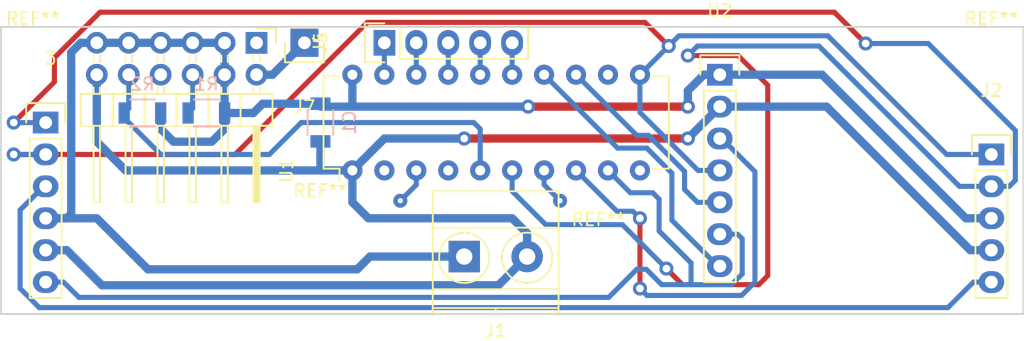
<source format=kicad_pcb>
(kicad_pcb (version 4) (host pcbnew 4.0.6)

  (general
    (links 39)
    (no_connects 0)
    (area 22.784999 25.324999 104.215001 48.335001)
    (thickness 1.6)
    (drawings 5)
    (tracks 189)
    (zones 0)
    (modules 15)
    (nets 26)
  )

  (page A4)
  (layers
    (0 F.Cu signal)
    (31 B.Cu signal)
    (32 B.Adhes user)
    (33 F.Adhes user)
    (34 B.Paste user)
    (35 F.Paste user)
    (36 B.SilkS user hide)
    (37 F.SilkS user)
    (38 B.Mask user)
    (39 F.Mask user)
    (40 Dwgs.User user)
    (41 Cmts.User user)
    (42 Eco1.User user)
    (43 Eco2.User user)
    (44 Edge.Cuts user)
    (45 Margin user)
    (46 B.CrtYd user)
    (47 F.CrtYd user)
    (48 B.Fab user)
    (49 F.Fab user hide)
  )

  (setup
    (last_trace_width 0.4064)
    (trace_clearance 0.4064)
    (zone_clearance 0.508)
    (zone_45_only no)
    (trace_min 0.2)
    (segment_width 0.2)
    (edge_width 0.15)
    (via_size 1.1176)
    (via_drill 0.6096)
    (via_min_size 0.4)
    (via_min_drill 0.3)
    (uvia_size 0.3)
    (uvia_drill 0.1)
    (uvias_allowed no)
    (uvia_min_size 0.2)
    (uvia_min_drill 0.1)
    (pcb_text_width 0.3)
    (pcb_text_size 1.5 1.5)
    (mod_edge_width 0.15)
    (mod_text_size 1 1)
    (mod_text_width 0.15)
    (pad_size 1.524 1.524)
    (pad_drill 0.762)
    (pad_to_mask_clearance 0.2)
    (aux_axis_origin 0 0)
    (visible_elements FFFFFF7F)
    (pcbplotparams
      (layerselection 0x01000_80000000)
      (usegerberextensions false)
      (excludeedgelayer true)
      (linewidth 0.100000)
      (plotframeref false)
      (viasonmask false)
      (mode 1)
      (useauxorigin false)
      (hpglpennumber 1)
      (hpglpenspeed 20)
      (hpglpendiameter 15)
      (hpglpenoverlay 2)
      (psnegative false)
      (psa4output false)
      (plotreference false)
      (plotvalue false)
      (plotinvisibletext false)
      (padsonsilk false)
      (subtractmaskfromsilk false)
      (outputformat 1)
      (mirror false)
      (drillshape 0)
      (scaleselection 1)
      (outputdirectory gerbers/))
  )

  (net 0 "")
  (net 1 /SCK)
  (net 2 /LATCH)
  (net 3 GND)
  (net 4 VCC)
  (net 5 /ANSEL0)
  (net 6 /ANSEL1)
  (net 7 /ANSEL2)
  (net 8 /ANSEL3)
  (net 9 /ANSEL4)
  (net 10 "Net-(J5-Pad1)")
  (net 11 "Net-(J5-Pad6)")
  (net 12 "Net-(J5-Pad8)")
  (net 13 /SQW)
  (net 14 /~RTC_SS)
  (net 15 /HV_EN)
  (net 16 /HV)
  (net 17 "Net-(U1-Pad3)")
  (net 18 "Net-(U1-Pad4)")
  (net 19 /DCASC)
  (net 20 /MOSI)
  (net 21 /MISO)
  (net 22 /TX)
  (net 23 /RX)
  (net 24 "Net-(U1-Pad2)")
  (net 25 "Net-(U1-Pad7)")

  (net_class Default "This is the default net class."
    (clearance 0.4064)
    (trace_width 0.4064)
    (via_dia 1.1176)
    (via_drill 0.6096)
    (uvia_dia 0.3)
    (uvia_drill 0.1)
    (add_net /ANSEL0)
    (add_net /ANSEL1)
    (add_net /ANSEL2)
    (add_net /ANSEL3)
    (add_net /ANSEL4)
    (add_net /DCASC)
    (add_net /HV_EN)
    (add_net /LATCH)
    (add_net /MISO)
    (add_net /MOSI)
    (add_net /RX)
    (add_net /SCK)
    (add_net /SQW)
    (add_net /TX)
    (add_net /~RTC_SS)
    (add_net "Net-(J5-Pad1)")
    (add_net "Net-(J5-Pad6)")
    (add_net "Net-(J5-Pad8)")
    (add_net "Net-(U1-Pad2)")
    (add_net "Net-(U1-Pad3)")
    (add_net "Net-(U1-Pad4)")
    (add_net "Net-(U1-Pad7)")
  )

  (net_class Power ""
    (clearance 0.4064)
    (trace_width 0.6604)
    (via_dia 1.1176)
    (via_drill 0.6096)
    (uvia_dia 0.3)
    (uvia_drill 0.1)
    (add_net /HV)
    (add_net GND)
    (add_net VCC)
  )

  (module Mounting_Holes:MountingHole_2.2mm_M2 (layer F.Cu) (tedit 56D1B4CB) (tstamp 59F4D5BB)
    (at 70.358 43.942)
    (descr "Mounting Hole 2.2mm, no annular, M2")
    (tags "mounting hole 2.2mm no annular m2")
    (fp_text reference REF** (at 0 -3.2) (layer F.SilkS)
      (effects (font (size 1 1) (thickness 0.15)))
    )
    (fp_text value MountingHole_2.2mm_M2 (at 0 3.2) (layer F.Fab)
      (effects (font (size 1 1) (thickness 0.15)))
    )
    (fp_circle (center 0 0) (end 2.2 0) (layer Cmts.User) (width 0.15))
    (fp_circle (center 0 0) (end 2.45 0) (layer F.CrtYd) (width 0.05))
    (pad 1 np_thru_hole circle (at 0 0) (size 2.2 2.2) (drill 2.2) (layers *.Cu *.Mask))
  )

  (module Pin_Headers:Pin_Header_Angled_2x06 (layer F.Cu) (tedit 0) (tstamp 5A09E0DD)
    (at 43.18 26.67 270)
    (descr "Through hole pin header")
    (tags "pin header")
    (path /59F12A67)
    (fp_text reference J5 (at 0 -5.1 270) (layer F.SilkS)
      (effects (font (size 1 1) (thickness 0.15)))
    )
    (fp_text value "Tayloredge 1363" (at 0 -3.1 270) (layer F.Fab)
      (effects (font (size 1 1) (thickness 0.15)))
    )
    (fp_line (start -1.35 -1.75) (end -1.35 14.45) (layer F.CrtYd) (width 0.05))
    (fp_line (start 13.2 -1.75) (end 13.2 14.45) (layer F.CrtYd) (width 0.05))
    (fp_line (start -1.35 -1.75) (end 13.2 -1.75) (layer F.CrtYd) (width 0.05))
    (fp_line (start -1.35 14.45) (end 13.2 14.45) (layer F.CrtYd) (width 0.05))
    (fp_line (start 1.524 12.446) (end 1.016 12.446) (layer F.SilkS) (width 0.15))
    (fp_line (start 1.524 12.954) (end 1.016 12.954) (layer F.SilkS) (width 0.15))
    (fp_line (start 1.524 10.414) (end 1.016 10.414) (layer F.SilkS) (width 0.15))
    (fp_line (start 1.524 9.906) (end 1.016 9.906) (layer F.SilkS) (width 0.15))
    (fp_line (start 1.524 7.874) (end 1.016 7.874) (layer F.SilkS) (width 0.15))
    (fp_line (start 1.524 7.366) (end 1.016 7.366) (layer F.SilkS) (width 0.15))
    (fp_line (start 1.524 -0.254) (end 1.016 -0.254) (layer F.SilkS) (width 0.15))
    (fp_line (start 1.524 0.254) (end 1.016 0.254) (layer F.SilkS) (width 0.15))
    (fp_line (start 1.524 5.334) (end 1.016 5.334) (layer F.SilkS) (width 0.15))
    (fp_line (start 1.524 4.826) (end 1.016 4.826) (layer F.SilkS) (width 0.15))
    (fp_line (start 1.524 2.794) (end 1.016 2.794) (layer F.SilkS) (width 0.15))
    (fp_line (start 1.524 2.286) (end 1.016 2.286) (layer F.SilkS) (width 0.15))
    (fp_line (start 4.064 12.954) (end 3.556 12.954) (layer F.SilkS) (width 0.15))
    (fp_line (start 4.064 12.446) (end 3.556 12.446) (layer F.SilkS) (width 0.15))
    (fp_line (start 4.064 10.414) (end 3.556 10.414) (layer F.SilkS) (width 0.15))
    (fp_line (start 4.064 9.906) (end 3.556 9.906) (layer F.SilkS) (width 0.15))
    (fp_line (start 4.064 -0.254) (end 3.556 -0.254) (layer F.SilkS) (width 0.15))
    (fp_line (start 4.064 0.254) (end 3.556 0.254) (layer F.SilkS) (width 0.15))
    (fp_line (start 4.064 2.286) (end 3.556 2.286) (layer F.SilkS) (width 0.15))
    (fp_line (start 4.064 2.794) (end 3.556 2.794) (layer F.SilkS) (width 0.15))
    (fp_line (start 4.064 7.874) (end 3.556 7.874) (layer F.SilkS) (width 0.15))
    (fp_line (start 4.064 7.366) (end 3.556 7.366) (layer F.SilkS) (width 0.15))
    (fp_line (start 4.064 5.334) (end 3.556 5.334) (layer F.SilkS) (width 0.15))
    (fp_line (start 4.064 4.826) (end 3.556 4.826) (layer F.SilkS) (width 0.15))
    (fp_line (start 0 -1.55) (end -1.15 -1.55) (layer F.SilkS) (width 0.15))
    (fp_line (start -1.15 -1.55) (end -1.15 0) (layer F.SilkS) (width 0.15))
    (fp_line (start 6.604 -0.127) (end 12.573 -0.127) (layer F.SilkS) (width 0.15))
    (fp_line (start 12.573 -0.127) (end 12.573 0.127) (layer F.SilkS) (width 0.15))
    (fp_line (start 12.573 0.127) (end 6.731 0.127) (layer F.SilkS) (width 0.15))
    (fp_line (start 6.731 0.127) (end 6.731 0) (layer F.SilkS) (width 0.15))
    (fp_line (start 6.731 0) (end 12.573 0) (layer F.SilkS) (width 0.15))
    (fp_line (start 4.064 8.89) (end 6.604 8.89) (layer F.SilkS) (width 0.15))
    (fp_line (start 4.064 8.89) (end 4.064 11.43) (layer F.SilkS) (width 0.15))
    (fp_line (start 4.064 11.43) (end 6.604 11.43) (layer F.SilkS) (width 0.15))
    (fp_line (start 6.604 9.906) (end 12.7 9.906) (layer F.SilkS) (width 0.15))
    (fp_line (start 12.7 9.906) (end 12.7 10.414) (layer F.SilkS) (width 0.15))
    (fp_line (start 12.7 10.414) (end 6.604 10.414) (layer F.SilkS) (width 0.15))
    (fp_line (start 6.604 11.43) (end 6.604 8.89) (layer F.SilkS) (width 0.15))
    (fp_line (start 6.604 13.97) (end 6.604 11.43) (layer F.SilkS) (width 0.15))
    (fp_line (start 12.7 12.954) (end 6.604 12.954) (layer F.SilkS) (width 0.15))
    (fp_line (start 12.7 12.446) (end 12.7 12.954) (layer F.SilkS) (width 0.15))
    (fp_line (start 6.604 12.446) (end 12.7 12.446) (layer F.SilkS) (width 0.15))
    (fp_line (start 4.064 11.43) (end 4.064 13.97) (layer F.SilkS) (width 0.15))
    (fp_line (start 4.064 11.43) (end 6.604 11.43) (layer F.SilkS) (width 0.15))
    (fp_line (start 4.064 13.97) (end 6.604 13.97) (layer F.SilkS) (width 0.15))
    (fp_line (start 4.064 3.81) (end 6.604 3.81) (layer F.SilkS) (width 0.15))
    (fp_line (start 4.064 3.81) (end 4.064 6.35) (layer F.SilkS) (width 0.15))
    (fp_line (start 4.064 6.35) (end 6.604 6.35) (layer F.SilkS) (width 0.15))
    (fp_line (start 6.604 4.826) (end 12.7 4.826) (layer F.SilkS) (width 0.15))
    (fp_line (start 12.7 4.826) (end 12.7 5.334) (layer F.SilkS) (width 0.15))
    (fp_line (start 12.7 5.334) (end 6.604 5.334) (layer F.SilkS) (width 0.15))
    (fp_line (start 6.604 6.35) (end 6.604 3.81) (layer F.SilkS) (width 0.15))
    (fp_line (start 6.604 8.89) (end 6.604 6.35) (layer F.SilkS) (width 0.15))
    (fp_line (start 12.7 7.874) (end 6.604 7.874) (layer F.SilkS) (width 0.15))
    (fp_line (start 12.7 7.366) (end 12.7 7.874) (layer F.SilkS) (width 0.15))
    (fp_line (start 6.604 7.366) (end 12.7 7.366) (layer F.SilkS) (width 0.15))
    (fp_line (start 4.064 8.89) (end 6.604 8.89) (layer F.SilkS) (width 0.15))
    (fp_line (start 4.064 6.35) (end 4.064 8.89) (layer F.SilkS) (width 0.15))
    (fp_line (start 4.064 6.35) (end 6.604 6.35) (layer F.SilkS) (width 0.15))
    (fp_line (start 4.064 1.27) (end 6.604 1.27) (layer F.SilkS) (width 0.15))
    (fp_line (start 4.064 1.27) (end 4.064 3.81) (layer F.SilkS) (width 0.15))
    (fp_line (start 4.064 3.81) (end 6.604 3.81) (layer F.SilkS) (width 0.15))
    (fp_line (start 6.604 2.286) (end 12.7 2.286) (layer F.SilkS) (width 0.15))
    (fp_line (start 12.7 2.286) (end 12.7 2.794) (layer F.SilkS) (width 0.15))
    (fp_line (start 12.7 2.794) (end 6.604 2.794) (layer F.SilkS) (width 0.15))
    (fp_line (start 6.604 3.81) (end 6.604 1.27) (layer F.SilkS) (width 0.15))
    (fp_line (start 6.604 1.27) (end 6.604 -1.27) (layer F.SilkS) (width 0.15))
    (fp_line (start 12.7 0.254) (end 6.604 0.254) (layer F.SilkS) (width 0.15))
    (fp_line (start 12.7 -0.254) (end 12.7 0.254) (layer F.SilkS) (width 0.15))
    (fp_line (start 6.604 -0.254) (end 12.7 -0.254) (layer F.SilkS) (width 0.15))
    (fp_line (start 4.064 1.27) (end 6.604 1.27) (layer F.SilkS) (width 0.15))
    (fp_line (start 4.064 -1.27) (end 4.064 1.27) (layer F.SilkS) (width 0.15))
    (fp_line (start 4.064 -1.27) (end 6.604 -1.27) (layer F.SilkS) (width 0.15))
    (pad 1 thru_hole rect (at 0 0 270) (size 1.7272 1.7272) (drill 1.016) (layers *.Cu *.Mask)
      (net 10 "Net-(J5-Pad1)"))
    (pad 2 thru_hole oval (at 2.54 0 270) (size 1.7272 1.7272) (drill 1.016) (layers *.Cu *.Mask)
      (net 16 /HV))
    (pad 3 thru_hole oval (at 0 2.54 270) (size 1.7272 1.7272) (drill 1.016) (layers *.Cu *.Mask)
      (net 3 GND))
    (pad 4 thru_hole oval (at 2.54 2.54 270) (size 1.7272 1.7272) (drill 1.016) (layers *.Cu *.Mask)
      (net 3 GND))
    (pad 5 thru_hole oval (at 0 5.08 270) (size 1.7272 1.7272) (drill 1.016) (layers *.Cu *.Mask)
      (net 3 GND))
    (pad 6 thru_hole oval (at 2.54 5.08 270) (size 1.7272 1.7272) (drill 1.016) (layers *.Cu *.Mask)
      (net 11 "Net-(J5-Pad6)"))
    (pad 7 thru_hole oval (at 0 7.62 270) (size 1.7272 1.7272) (drill 1.016) (layers *.Cu *.Mask)
      (net 3 GND))
    (pad 8 thru_hole oval (at 2.54 7.62 270) (size 1.7272 1.7272) (drill 1.016) (layers *.Cu *.Mask)
      (net 12 "Net-(J5-Pad8)"))
    (pad 9 thru_hole oval (at 0 10.16 270) (size 1.7272 1.7272) (drill 1.016) (layers *.Cu *.Mask)
      (net 3 GND))
    (pad 10 thru_hole oval (at 2.54 10.16 270) (size 1.7272 1.7272) (drill 1.016) (layers *.Cu *.Mask)
      (net 15 /HV_EN))
    (pad 11 thru_hole oval (at 0 12.7 270) (size 1.7272 1.7272) (drill 1.016) (layers *.Cu *.Mask)
      (net 3 GND))
    (pad 12 thru_hole oval (at 2.54 12.7 270) (size 1.7272 1.7272) (drill 1.016) (layers *.Cu *.Mask)
      (net 4 VCC))
    (model Pin_Headers.3dshapes/Pin_Header_Angled_2x06.wrl
      (at (xyz 0.05 -0.25 0))
      (scale (xyz 1 1 1))
      (rotate (xyz 0 0 90))
    )
  )

  (module Mounting_Holes:MountingHole_2.2mm_M2 (layer F.Cu) (tedit 56D1B4CB) (tstamp 5A031ACC)
    (at 48.26 41.656)
    (descr "Mounting Hole 2.2mm, no annular, M2")
    (tags "mounting hole 2.2mm no annular m2")
    (fp_text reference REF** (at 0 -3.2) (layer F.SilkS)
      (effects (font (size 1 1) (thickness 0.15)))
    )
    (fp_text value MountingHole_2.2mm_M2 (at 0 3.2) (layer F.Fab)
      (effects (font (size 1 1) (thickness 0.15)))
    )
    (fp_circle (center 0 0) (end 2.2 0) (layer Cmts.User) (width 0.15))
    (fp_circle (center 0 0) (end 2.45 0) (layer F.CrtYd) (width 0.05))
    (pad 1 np_thru_hole circle (at 0 0) (size 2.2 2.2) (drill 2.2) (layers *.Cu *.Mask))
  )

  (module Mounting_Holes:MountingHole_2.2mm_M2 (layer F.Cu) (tedit 56D1B4CB) (tstamp 5A031ABD)
    (at 25.4 27.94)
    (descr "Mounting Hole 2.2mm, no annular, M2")
    (tags "mounting hole 2.2mm no annular m2")
    (fp_text reference REF** (at 0 -3.2) (layer F.SilkS)
      (effects (font (size 1 1) (thickness 0.15)))
    )
    (fp_text value MountingHole_2.2mm_M2 (at 0 3.2) (layer F.Fab)
      (effects (font (size 1 1) (thickness 0.15)))
    )
    (fp_circle (center 0 0) (end 2.2 0) (layer Cmts.User) (width 0.15))
    (fp_circle (center 0 0) (end 2.45 0) (layer F.CrtYd) (width 0.05))
    (pad 1 np_thru_hole circle (at 0 0) (size 2.2 2.2) (drill 2.2) (layers *.Cu *.Mask))
  )

  (module Housings_DIP:DIP-20_W7.62mm (layer F.Cu) (tedit 54130A77) (tstamp 5A09E12C)
    (at 50.8 36.83 90)
    (descr "20-lead dip package, row spacing 7.62 mm (300 mils)")
    (tags "dil dip 2.54 300")
    (path /59F20C0F)
    (fp_text reference U1 (at 0 -5.22 90) (layer F.SilkS)
      (effects (font (size 1 1) (thickness 0.15)))
    )
    (fp_text value PIC16F1508-I/P (at 0 -3.72 90) (layer F.Fab)
      (effects (font (size 1 1) (thickness 0.15)))
    )
    (fp_line (start -1.05 -2.45) (end -1.05 25.35) (layer F.CrtYd) (width 0.05))
    (fp_line (start 8.65 -2.45) (end 8.65 25.35) (layer F.CrtYd) (width 0.05))
    (fp_line (start -1.05 -2.45) (end 8.65 -2.45) (layer F.CrtYd) (width 0.05))
    (fp_line (start -1.05 25.35) (end 8.65 25.35) (layer F.CrtYd) (width 0.05))
    (fp_line (start 0.135 -2.295) (end 0.135 -1.025) (layer F.SilkS) (width 0.15))
    (fp_line (start 7.485 -2.295) (end 7.485 -1.025) (layer F.SilkS) (width 0.15))
    (fp_line (start 7.485 25.155) (end 7.485 23.885) (layer F.SilkS) (width 0.15))
    (fp_line (start 0.135 25.155) (end 0.135 23.885) (layer F.SilkS) (width 0.15))
    (fp_line (start 0.135 -2.295) (end 7.485 -2.295) (layer F.SilkS) (width 0.15))
    (fp_line (start 0.135 25.155) (end 7.485 25.155) (layer F.SilkS) (width 0.15))
    (fp_line (start 0.135 -1.025) (end -0.8 -1.025) (layer F.SilkS) (width 0.15))
    (pad 1 thru_hole oval (at 0 0 90) (size 1.6 1.6) (drill 0.8) (layers *.Cu *.Mask)
      (net 4 VCC))
    (pad 2 thru_hole oval (at 0 2.54 90) (size 1.6 1.6) (drill 0.8) (layers *.Cu *.Mask)
      (net 24 "Net-(U1-Pad2)"))
    (pad 3 thru_hole oval (at 0 5.08 90) (size 1.6 1.6) (drill 0.8) (layers *.Cu *.Mask)
      (net 17 "Net-(U1-Pad3)"))
    (pad 4 thru_hole oval (at 0 7.62 90) (size 1.6 1.6) (drill 0.8) (layers *.Cu *.Mask)
      (net 18 "Net-(U1-Pad4)"))
    (pad 5 thru_hole oval (at 0 10.16 90) (size 1.6 1.6) (drill 0.8) (layers *.Cu *.Mask)
      (net 15 /HV_EN))
    (pad 6 thru_hole oval (at 0 12.7 90) (size 1.6 1.6) (drill 0.8) (layers *.Cu *.Mask)
      (net 2 /LATCH))
    (pad 7 thru_hole oval (at 0 15.24 90) (size 1.6 1.6) (drill 0.8) (layers *.Cu *.Mask)
      (net 25 "Net-(U1-Pad7)"))
    (pad 8 thru_hole oval (at 0 17.78 90) (size 1.6 1.6) (drill 0.8) (layers *.Cu *.Mask)
      (net 13 /SQW))
    (pad 9 thru_hole oval (at 0 20.32 90) (size 1.6 1.6) (drill 0.8) (layers *.Cu *.Mask)
      (net 20 /MOSI))
    (pad 10 thru_hole oval (at 0 22.86 90) (size 1.6 1.6) (drill 0.8) (layers *.Cu *.Mask)
      (net 22 /TX))
    (pad 11 thru_hole oval (at 7.62 22.86 90) (size 1.6 1.6) (drill 0.8) (layers *.Cu *.Mask)
      (net 1 /SCK))
    (pad 12 thru_hole oval (at 7.62 20.32 90) (size 1.6 1.6) (drill 0.8) (layers *.Cu *.Mask)
      (net 23 /RX))
    (pad 13 thru_hole oval (at 7.62 17.78 90) (size 1.6 1.6) (drill 0.8) (layers *.Cu *.Mask)
      (net 21 /MISO))
    (pad 14 thru_hole oval (at 7.62 15.24 90) (size 1.6 1.6) (drill 0.8) (layers *.Cu *.Mask)
      (net 14 /~RTC_SS))
    (pad 15 thru_hole oval (at 7.62 12.7 90) (size 1.6 1.6) (drill 0.8) (layers *.Cu *.Mask)
      (net 9 /ANSEL4))
    (pad 16 thru_hole oval (at 7.62 10.16 90) (size 1.6 1.6) (drill 0.8) (layers *.Cu *.Mask)
      (net 8 /ANSEL3))
    (pad 17 thru_hole oval (at 7.62 7.62 90) (size 1.6 1.6) (drill 0.8) (layers *.Cu *.Mask)
      (net 7 /ANSEL2))
    (pad 18 thru_hole oval (at 7.62 5.08 90) (size 1.6 1.6) (drill 0.8) (layers *.Cu *.Mask)
      (net 6 /ANSEL1))
    (pad 19 thru_hole oval (at 7.62 2.54 90) (size 1.6 1.6) (drill 0.8) (layers *.Cu *.Mask)
      (net 5 /ANSEL0))
    (pad 20 thru_hole oval (at 7.62 0 90) (size 1.6 1.6) (drill 0.8) (layers *.Cu *.Mask)
      (net 3 GND))
    (model Housings_DIP.3dshapes/DIP-20_W7.62mm.wrl
      (at (xyz 0 0 0))
      (scale (xyz 1 1 1))
      (rotate (xyz 0 0 0))
    )
  )

  (module Pin_Headers:Pin_Header_Straight_1x05 (layer F.Cu) (tedit 54EA0684) (tstamp 5A09E057)
    (at 101.6 35.56)
    (descr "Through hole pin header")
    (tags "pin header")
    (path /59F0E57D)
    (fp_text reference J2 (at 0 -5.1) (layer F.SilkS)
      (effects (font (size 1 1) (thickness 0.15)))
    )
    (fp_text value "To Right Wing" (at 0 -3.1) (layer F.Fab)
      (effects (font (size 1 1) (thickness 0.15)))
    )
    (fp_line (start -1.55 0) (end -1.55 -1.55) (layer F.SilkS) (width 0.15))
    (fp_line (start -1.55 -1.55) (end 1.55 -1.55) (layer F.SilkS) (width 0.15))
    (fp_line (start 1.55 -1.55) (end 1.55 0) (layer F.SilkS) (width 0.15))
    (fp_line (start -1.75 -1.75) (end -1.75 11.95) (layer F.CrtYd) (width 0.05))
    (fp_line (start 1.75 -1.75) (end 1.75 11.95) (layer F.CrtYd) (width 0.05))
    (fp_line (start -1.75 -1.75) (end 1.75 -1.75) (layer F.CrtYd) (width 0.05))
    (fp_line (start -1.75 11.95) (end 1.75 11.95) (layer F.CrtYd) (width 0.05))
    (fp_line (start 1.27 1.27) (end 1.27 11.43) (layer F.SilkS) (width 0.15))
    (fp_line (start 1.27 11.43) (end -1.27 11.43) (layer F.SilkS) (width 0.15))
    (fp_line (start -1.27 11.43) (end -1.27 1.27) (layer F.SilkS) (width 0.15))
    (fp_line (start 1.27 1.27) (end -1.27 1.27) (layer F.SilkS) (width 0.15))
    (pad 1 thru_hole rect (at 0 0) (size 2.032 1.7272) (drill 1.016) (layers *.Cu *.Mask)
      (net 1 /SCK))
    (pad 2 thru_hole oval (at 0 2.54) (size 2.032 1.7272) (drill 1.016) (layers *.Cu *.Mask)
      (net 2 /LATCH))
    (pad 3 thru_hole oval (at 0 5.08) (size 2.032 1.7272) (drill 1.016) (layers *.Cu *.Mask)
      (net 3 GND))
    (pad 4 thru_hole oval (at 0 7.62) (size 2.032 1.7272) (drill 1.016) (layers *.Cu *.Mask)
      (net 4 VCC))
    (pad 5 thru_hole oval (at 0 10.16) (size 2.032 1.7272) (drill 1.016) (layers *.Cu *.Mask)
      (net 19 /DCASC))
    (model Pin_Headers.3dshapes/Pin_Header_Straight_1x05.wrl
      (at (xyz 0 -0.2 0))
      (scale (xyz 1 1 1))
      (rotate (xyz 0 0 90))
    )
  )

  (module Pin_Headers:Pin_Header_Straight_1x06 (layer F.Cu) (tedit 0) (tstamp 5A09E06C)
    (at 26.416 33.02)
    (descr "Through hole pin header")
    (tags "pin header")
    (path /59F0E5B6)
    (fp_text reference J3 (at 0 -5.1) (layer F.SilkS)
      (effects (font (size 1 1) (thickness 0.15)))
    )
    (fp_text value "To Left Wing" (at 0 -3.1) (layer F.Fab)
      (effects (font (size 1 1) (thickness 0.15)))
    )
    (fp_line (start -1.75 -1.75) (end -1.75 14.45) (layer F.CrtYd) (width 0.05))
    (fp_line (start 1.75 -1.75) (end 1.75 14.45) (layer F.CrtYd) (width 0.05))
    (fp_line (start -1.75 -1.75) (end 1.75 -1.75) (layer F.CrtYd) (width 0.05))
    (fp_line (start -1.75 14.45) (end 1.75 14.45) (layer F.CrtYd) (width 0.05))
    (fp_line (start 1.27 1.27) (end 1.27 13.97) (layer F.SilkS) (width 0.15))
    (fp_line (start 1.27 13.97) (end -1.27 13.97) (layer F.SilkS) (width 0.15))
    (fp_line (start -1.27 13.97) (end -1.27 1.27) (layer F.SilkS) (width 0.15))
    (fp_line (start 1.55 -1.55) (end 1.55 0) (layer F.SilkS) (width 0.15))
    (fp_line (start 1.27 1.27) (end -1.27 1.27) (layer F.SilkS) (width 0.15))
    (fp_line (start -1.55 0) (end -1.55 -1.55) (layer F.SilkS) (width 0.15))
    (fp_line (start -1.55 -1.55) (end 1.55 -1.55) (layer F.SilkS) (width 0.15))
    (pad 1 thru_hole rect (at 0 0) (size 2.032 1.7272) (drill 1.016) (layers *.Cu *.Mask)
      (net 2 /LATCH))
    (pad 2 thru_hole oval (at 0 2.54) (size 2.032 1.7272) (drill 1.016) (layers *.Cu *.Mask)
      (net 1 /SCK))
    (pad 3 thru_hole oval (at 0 5.08) (size 2.032 1.7272) (drill 1.016) (layers *.Cu *.Mask)
      (net 19 /DCASC))
    (pad 4 thru_hole oval (at 0 7.62) (size 2.032 1.7272) (drill 1.016) (layers *.Cu *.Mask)
      (net 3 GND))
    (pad 5 thru_hole oval (at 0 10.16) (size 2.032 1.7272) (drill 1.016) (layers *.Cu *.Mask)
      (net 4 VCC))
    (pad 6 thru_hole oval (at 0 12.7) (size 2.032 1.7272) (drill 1.016) (layers *.Cu *.Mask)
      (net 20 /MOSI))
    (model Pin_Headers.3dshapes/Pin_Header_Straight_1x06.wrl
      (at (xyz 0 -0.25 0))
      (scale (xyz 1 1 1))
      (rotate (xyz 0 0 90))
    )
  )

  (module Pin_Headers:Pin_Header_Straight_1x05 (layer F.Cu) (tedit 54EA0684) (tstamp 5A09E080)
    (at 53.34 26.67 90)
    (descr "Through hole pin header")
    (tags "pin header")
    (path /59F0E6E5)
    (fp_text reference J4 (at 0 -5.1 90) (layer F.SilkS)
      (effects (font (size 1 1) (thickness 0.15)))
    )
    (fp_text value "Anode Selects" (at 0 -3.1 90) (layer F.Fab)
      (effects (font (size 1 1) (thickness 0.15)))
    )
    (fp_line (start -1.55 0) (end -1.55 -1.55) (layer F.SilkS) (width 0.15))
    (fp_line (start -1.55 -1.55) (end 1.55 -1.55) (layer F.SilkS) (width 0.15))
    (fp_line (start 1.55 -1.55) (end 1.55 0) (layer F.SilkS) (width 0.15))
    (fp_line (start -1.75 -1.75) (end -1.75 11.95) (layer F.CrtYd) (width 0.05))
    (fp_line (start 1.75 -1.75) (end 1.75 11.95) (layer F.CrtYd) (width 0.05))
    (fp_line (start -1.75 -1.75) (end 1.75 -1.75) (layer F.CrtYd) (width 0.05))
    (fp_line (start -1.75 11.95) (end 1.75 11.95) (layer F.CrtYd) (width 0.05))
    (fp_line (start 1.27 1.27) (end 1.27 11.43) (layer F.SilkS) (width 0.15))
    (fp_line (start 1.27 11.43) (end -1.27 11.43) (layer F.SilkS) (width 0.15))
    (fp_line (start -1.27 11.43) (end -1.27 1.27) (layer F.SilkS) (width 0.15))
    (fp_line (start 1.27 1.27) (end -1.27 1.27) (layer F.SilkS) (width 0.15))
    (pad 1 thru_hole rect (at 0 0 90) (size 2.032 1.7272) (drill 1.016) (layers *.Cu *.Mask)
      (net 5 /ANSEL0))
    (pad 2 thru_hole oval (at 0 2.54 90) (size 2.032 1.7272) (drill 1.016) (layers *.Cu *.Mask)
      (net 6 /ANSEL1))
    (pad 3 thru_hole oval (at 0 5.08 90) (size 2.032 1.7272) (drill 1.016) (layers *.Cu *.Mask)
      (net 7 /ANSEL2))
    (pad 4 thru_hole oval (at 0 7.62 90) (size 2.032 1.7272) (drill 1.016) (layers *.Cu *.Mask)
      (net 8 /ANSEL3))
    (pad 5 thru_hole oval (at 0 10.16 90) (size 2.032 1.7272) (drill 1.016) (layers *.Cu *.Mask)
      (net 9 /ANSEL4))
    (model Pin_Headers.3dshapes/Pin_Header_Straight_1x05.wrl
      (at (xyz 0 -0.2 0))
      (scale (xyz 1 1 1))
      (rotate (xyz 0 0 90))
    )
  )

  (module Pin_Headers:Pin_Header_Straight_1x07 (layer F.Cu) (tedit 0) (tstamp 5A09E142)
    (at 80.01 29.21)
    (descr "Through hole pin header")
    (tags "pin header")
    (path /59F0E5F2)
    (fp_text reference U2 (at 0 -5.1) (layer F.SilkS)
      (effects (font (size 1 1) (thickness 0.15)))
    )
    (fp_text value "SparkFun DeadOn RTC (DS3234)" (at 0 -3.1) (layer F.Fab)
      (effects (font (size 1 1) (thickness 0.15)))
    )
    (fp_line (start -1.75 -1.75) (end -1.75 17) (layer F.CrtYd) (width 0.05))
    (fp_line (start 1.75 -1.75) (end 1.75 17) (layer F.CrtYd) (width 0.05))
    (fp_line (start -1.75 -1.75) (end 1.75 -1.75) (layer F.CrtYd) (width 0.05))
    (fp_line (start -1.75 17) (end 1.75 17) (layer F.CrtYd) (width 0.05))
    (fp_line (start 1.27 1.27) (end 1.27 16.51) (layer F.SilkS) (width 0.15))
    (fp_line (start 1.27 16.51) (end -1.27 16.51) (layer F.SilkS) (width 0.15))
    (fp_line (start -1.27 16.51) (end -1.27 1.27) (layer F.SilkS) (width 0.15))
    (fp_line (start 1.55 -1.55) (end 1.55 0) (layer F.SilkS) (width 0.15))
    (fp_line (start 1.27 1.27) (end -1.27 1.27) (layer F.SilkS) (width 0.15))
    (fp_line (start -1.55 0) (end -1.55 -1.55) (layer F.SilkS) (width 0.15))
    (fp_line (start -1.55 -1.55) (end 1.55 -1.55) (layer F.SilkS) (width 0.15))
    (pad 1 thru_hole rect (at 0 0) (size 2.032 1.7272) (drill 1.016) (layers *.Cu *.Mask)
      (net 3 GND))
    (pad 2 thru_hole oval (at 0 2.54) (size 2.032 1.7272) (drill 1.016) (layers *.Cu *.Mask)
      (net 4 VCC))
    (pad 3 thru_hole oval (at 0 5.08) (size 2.032 1.7272) (drill 1.016) (layers *.Cu *.Mask)
      (net 13 /SQW))
    (pad 4 thru_hole oval (at 0 7.62) (size 2.032 1.7272) (drill 1.016) (layers *.Cu *.Mask)
      (net 1 /SCK))
    (pad 5 thru_hole oval (at 0 10.16) (size 2.032 1.7272) (drill 1.016) (layers *.Cu *.Mask)
      (net 21 /MISO))
    (pad 6 thru_hole oval (at 0 12.7) (size 2.032 1.7272) (drill 1.016) (layers *.Cu *.Mask)
      (net 20 /MOSI))
    (pad 7 thru_hole oval (at 0 15.24) (size 2.032 1.7272) (drill 1.016) (layers *.Cu *.Mask)
      (net 14 /~RTC_SS))
    (model Pin_Headers.3dshapes/Pin_Header_Straight_1x07.wrl
      (at (xyz 0 -0.3 0))
      (scale (xyz 1 1 1))
      (rotate (xyz 0 0 90))
    )
  )

  (module Resistors_SMD:R_1206 (layer B.Cu) (tedit 58307BE8) (tstamp 59F1A63C)
    (at 39.19 32.258 180)
    (descr "Resistor SMD 1206, reflow soldering, Vishay (see dcrcw.pdf)")
    (tags "resistor 1206")
    (path /59F182B4)
    (attr smd)
    (fp_text reference R1 (at 0 2.3 180) (layer B.SilkS)
      (effects (font (size 1 1) (thickness 0.15)) (justify mirror))
    )
    (fp_text value 68k (at 0 -2.3 180) (layer B.Fab)
      (effects (font (size 1 1) (thickness 0.15)) (justify mirror))
    )
    (fp_line (start -1.6 -0.8) (end -1.6 0.8) (layer B.Fab) (width 0.1))
    (fp_line (start 1.6 -0.8) (end -1.6 -0.8) (layer B.Fab) (width 0.1))
    (fp_line (start 1.6 0.8) (end 1.6 -0.8) (layer B.Fab) (width 0.1))
    (fp_line (start -1.6 0.8) (end 1.6 0.8) (layer B.Fab) (width 0.1))
    (fp_line (start -2.2 1.2) (end 2.2 1.2) (layer B.CrtYd) (width 0.05))
    (fp_line (start -2.2 -1.2) (end 2.2 -1.2) (layer B.CrtYd) (width 0.05))
    (fp_line (start -2.2 1.2) (end -2.2 -1.2) (layer B.CrtYd) (width 0.05))
    (fp_line (start 2.2 1.2) (end 2.2 -1.2) (layer B.CrtYd) (width 0.05))
    (fp_line (start 1 -1.075) (end -1 -1.075) (layer B.SilkS) (width 0.15))
    (fp_line (start -1 1.075) (end 1 1.075) (layer B.SilkS) (width 0.15))
    (pad 1 smd rect (at -1.45 0 180) (size 0.9 1.7) (layers B.Cu B.Paste B.Mask)
      (net 3 GND))
    (pad 2 smd rect (at 1.45 0 180) (size 0.9 1.7) (layers B.Cu B.Paste B.Mask)
      (net 11 "Net-(J5-Pad6)"))
    (model Resistors_SMD.3dshapes/R_1206.wrl
      (at (xyz 0 0 0))
      (scale (xyz 1 1 1))
      (rotate (xyz 0 0 0))
    )
  )

  (module Resistors_SMD:R_1206 (layer B.Cu) (tedit 58307BE8) (tstamp 59F1A742)
    (at 34.11 32.258 180)
    (descr "Resistor SMD 1206, reflow soldering, Vishay (see dcrcw.pdf)")
    (tags "resistor 1206")
    (path /59F18F7F)
    (attr smd)
    (fp_text reference R2 (at 0 2.3 180) (layer B.SilkS)
      (effects (font (size 1 1) (thickness 0.15)) (justify mirror))
    )
    (fp_text value 100k (at 0 -2.3 180) (layer B.Fab)
      (effects (font (size 1 1) (thickness 0.15)) (justify mirror))
    )
    (fp_line (start -1.6 -0.8) (end -1.6 0.8) (layer B.Fab) (width 0.1))
    (fp_line (start 1.6 -0.8) (end -1.6 -0.8) (layer B.Fab) (width 0.1))
    (fp_line (start 1.6 0.8) (end 1.6 -0.8) (layer B.Fab) (width 0.1))
    (fp_line (start -1.6 0.8) (end 1.6 0.8) (layer B.Fab) (width 0.1))
    (fp_line (start -2.2 1.2) (end 2.2 1.2) (layer B.CrtYd) (width 0.05))
    (fp_line (start -2.2 -1.2) (end 2.2 -1.2) (layer B.CrtYd) (width 0.05))
    (fp_line (start -2.2 1.2) (end -2.2 -1.2) (layer B.CrtYd) (width 0.05))
    (fp_line (start 2.2 1.2) (end 2.2 -1.2) (layer B.CrtYd) (width 0.05))
    (fp_line (start 1 -1.075) (end -1 -1.075) (layer B.SilkS) (width 0.15))
    (fp_line (start -1 1.075) (end 1 1.075) (layer B.SilkS) (width 0.15))
    (pad 1 smd rect (at -1.45 0 180) (size 0.9 1.7) (layers B.Cu B.Paste B.Mask)
      (net 3 GND))
    (pad 2 smd rect (at 1.45 0 180) (size 0.9 1.7) (layers B.Cu B.Paste B.Mask)
      (net 15 /HV_EN))
    (model Resistors_SMD.3dshapes/R_1206.wrl
      (at (xyz 0 0 0))
      (scale (xyz 1 1 1))
      (rotate (xyz 0 0 0))
    )
  )

  (module Pin_Headers:Pin_Header_Straight_1x01 (layer F.Cu) (tedit 54EA08DC) (tstamp 59F7D578)
    (at 46.99 26.67 180)
    (descr "Through hole pin header")
    (tags "pin header")
    (path /59F19D26)
    (fp_text reference J7 (at 0 -5.1 180) (layer F.SilkS)
      (effects (font (size 1 1) (thickness 0.15)))
    )
    (fp_text value "HV Out" (at 0 -3.1 180) (layer F.Fab)
      (effects (font (size 1 1) (thickness 0.15)))
    )
    (fp_line (start 1.55 -1.55) (end 1.55 0) (layer F.SilkS) (width 0.15))
    (fp_line (start -1.75 -1.75) (end -1.75 1.75) (layer F.CrtYd) (width 0.05))
    (fp_line (start 1.75 -1.75) (end 1.75 1.75) (layer F.CrtYd) (width 0.05))
    (fp_line (start -1.75 -1.75) (end 1.75 -1.75) (layer F.CrtYd) (width 0.05))
    (fp_line (start -1.75 1.75) (end 1.75 1.75) (layer F.CrtYd) (width 0.05))
    (fp_line (start -1.55 0) (end -1.55 -1.55) (layer F.SilkS) (width 0.15))
    (fp_line (start -1.55 -1.55) (end 1.55 -1.55) (layer F.SilkS) (width 0.15))
    (fp_line (start -1.27 1.27) (end 1.27 1.27) (layer F.SilkS) (width 0.15))
    (pad 1 thru_hole rect (at 0 0 180) (size 2.2352 2.2352) (drill 1.016) (layers *.Cu *.Mask)
      (net 16 /HV))
    (model Pin_Headers.3dshapes/Pin_Header_Straight_1x01.wrl
      (at (xyz 0 0 0))
      (scale (xyz 1 1 1))
      (rotate (xyz 0 0 90))
    )
  )

  (module Mounting_Holes:MountingHole_2.2mm_M2 (layer F.Cu) (tedit 56D1B4CB) (tstamp 5A031ABB)
    (at 101.6 27.94)
    (descr "Mounting Hole 2.2mm, no annular, M2")
    (tags "mounting hole 2.2mm no annular m2")
    (fp_text reference REF** (at 0 -3.2) (layer F.SilkS)
      (effects (font (size 1 1) (thickness 0.15)))
    )
    (fp_text value MountingHole_2.2mm_M2 (at 0 3.2) (layer F.Fab)
      (effects (font (size 1 1) (thickness 0.15)))
    )
    (fp_circle (center 0 0) (end 2.2 0) (layer Cmts.User) (width 0.15))
    (fp_circle (center 0 0) (end 2.45 0) (layer F.CrtYd) (width 0.05))
    (pad 1 np_thru_hole circle (at 0 0) (size 2.2 2.2) (drill 2.2) (layers *.Cu *.Mask))
  )

  (module Capacitors_SMD:C_1206 (layer B.Cu) (tedit 5415D7BD) (tstamp 5A0320DC)
    (at 48.26 33.02 90)
    (descr "Capacitor SMD 1206, reflow soldering, AVX (see smccp.pdf)")
    (tags "capacitor 1206")
    (path /59F2404C)
    (attr smd)
    (fp_text reference C1 (at 0 2.3 90) (layer B.SilkS)
      (effects (font (size 1 1) (thickness 0.15)) (justify mirror))
    )
    (fp_text value 0.1uF (at 0 -2.3 90) (layer B.Fab)
      (effects (font (size 1 1) (thickness 0.15)) (justify mirror))
    )
    (fp_line (start -1.6 -0.8) (end -1.6 0.8) (layer B.Fab) (width 0.15))
    (fp_line (start 1.6 -0.8) (end -1.6 -0.8) (layer B.Fab) (width 0.15))
    (fp_line (start 1.6 0.8) (end 1.6 -0.8) (layer B.Fab) (width 0.15))
    (fp_line (start -1.6 0.8) (end 1.6 0.8) (layer B.Fab) (width 0.15))
    (fp_line (start -2.3 1.15) (end 2.3 1.15) (layer B.CrtYd) (width 0.05))
    (fp_line (start -2.3 -1.15) (end 2.3 -1.15) (layer B.CrtYd) (width 0.05))
    (fp_line (start -2.3 1.15) (end -2.3 -1.15) (layer B.CrtYd) (width 0.05))
    (fp_line (start 2.3 1.15) (end 2.3 -1.15) (layer B.CrtYd) (width 0.05))
    (fp_line (start 1 1.025) (end -1 1.025) (layer B.SilkS) (width 0.15))
    (fp_line (start -1 -1.025) (end 1 -1.025) (layer B.SilkS) (width 0.15))
    (pad 1 smd rect (at -1.5 0 90) (size 1 1.6) (layers B.Cu B.Paste B.Mask)
      (net 4 VCC))
    (pad 2 smd rect (at 1.5 0 90) (size 1 1.6) (layers B.Cu B.Paste B.Mask)
      (net 3 GND))
    (model Capacitors_SMD.3dshapes/C_1206.wrl
      (at (xyz 0 0 0))
      (scale (xyz 1 1 1))
      (rotate (xyz 0 0 0))
    )
  )

  (module Connectors_Terminal_Blocks:TerminalBlock_Pheonix_MKDS1.5-2pol (layer F.Cu) (tedit 563007E4) (tstamp 59F4CFF1)
    (at 59.69 43.688)
    (descr "2-way 5mm pitch terminal block, Phoenix MKDS series")
    (path /59F4D402)
    (fp_text reference J1 (at 2.5 5.9) (layer F.SilkS)
      (effects (font (size 1 1) (thickness 0.15)))
    )
    (fp_text value Screw_Terminal_1x02 (at 2.5 -6.6) (layer F.Fab)
      (effects (font (size 1 1) (thickness 0.15)))
    )
    (fp_line (start -2.7 -5.4) (end 7.7 -5.4) (layer F.CrtYd) (width 0.05))
    (fp_line (start -2.7 4.8) (end -2.7 -5.4) (layer F.CrtYd) (width 0.05))
    (fp_line (start 7.7 4.8) (end -2.7 4.8) (layer F.CrtYd) (width 0.05))
    (fp_line (start 7.7 -5.4) (end 7.7 4.8) (layer F.CrtYd) (width 0.05))
    (fp_line (start 2.5 4.1) (end 2.5 4.6) (layer F.SilkS) (width 0.15))
    (fp_circle (center 5 0.1) (end 3 0.1) (layer F.SilkS) (width 0.15))
    (fp_circle (center 0 0.1) (end 2 0.1) (layer F.SilkS) (width 0.15))
    (fp_line (start -2.5 2.6) (end 7.5 2.6) (layer F.SilkS) (width 0.15))
    (fp_line (start -2.5 -2.3) (end 7.5 -2.3) (layer F.SilkS) (width 0.15))
    (fp_line (start -2.5 4.1) (end 7.5 4.1) (layer F.SilkS) (width 0.15))
    (fp_line (start -2.5 4.6) (end 7.5 4.6) (layer F.SilkS) (width 0.15))
    (fp_line (start 7.5 4.6) (end 7.5 -5.2) (layer F.SilkS) (width 0.15))
    (fp_line (start 7.5 -5.2) (end -2.5 -5.2) (layer F.SilkS) (width 0.15))
    (fp_line (start -2.5 -5.2) (end -2.5 4.6) (layer F.SilkS) (width 0.15))
    (pad 1 thru_hole rect (at 0 0) (size 2.5 2.5) (drill 1.3) (layers *.Cu *.Mask)
      (net 3 GND))
    (pad 2 thru_hole circle (at 5 0) (size 2.5 2.5) (drill 1.3) (layers *.Cu *.Mask)
      (net 4 VCC))
    (model Terminal_Blocks.3dshapes/TerminalBlock_Pheonix_MKDS1.5-2pol.wrl
      (at (xyz 0.0984 0 0))
      (scale (xyz 1 1 1))
      (rotate (xyz 0 0 0))
    )
  )

  (gr_line (start 22.86 48.26) (end 104.14 48.26) (layer Edge.Cuts) (width 0.15) (tstamp 59F21766))
  (gr_line (start 78.74 45.72) (end 99.3775 45.72) (layer F.Fab) (width 0.2))
  (gr_line (start 22.86 48.26) (end 22.86 25.4) (layer Edge.Cuts) (width 0.15))
  (gr_line (start 104.14 25.4) (end 104.14 48.26) (layer Edge.Cuts) (width 0.15))
  (gr_line (start 22.86 25.4) (end 104.14 25.4) (layer Edge.Cuts) (width 0.15))

  (segment (start 26.416 35.56) (end 23.876 35.56) (width 0.4064) (layer B.Cu) (net 1))
  (segment (start 41.473118 35.56) (end 24.666262 35.56) (width 0.4064) (layer F.Cu) (net 1))
  (segment (start 24.666262 35.56) (end 23.876 35.56) (width 0.4064) (layer F.Cu) (net 1))
  (via (at 23.876 35.56) (size 1.1176) (drill 0.6096) (layers F.Cu B.Cu) (net 1))
  (segment (start 74.066399 25.044399) (end 51.988719 25.044399) (width 0.4064) (layer F.Cu) (net 1))
  (segment (start 51.988719 25.044399) (end 41.473118 35.56) (width 0.4064) (layer F.Cu) (net 1))
  (segment (start 75.946 26.924) (end 74.066399 25.044399) (width 0.4064) (layer F.Cu) (net 1))
  (segment (start 75.946 26.924) (end 76.758811 26.111189) (width 0.4064) (layer B.Cu) (net 1))
  (segment (start 76.758811 26.111189) (end 88.595189 26.111189) (width 0.4064) (layer B.Cu) (net 1))
  (segment (start 88.595189 26.111189) (end 98.044 35.56) (width 0.4064) (layer B.Cu) (net 1))
  (segment (start 98.044 35.56) (end 100.1776 35.56) (width 0.4064) (layer B.Cu) (net 1))
  (segment (start 100.1776 35.56) (end 101.6 35.56) (width 0.4064) (layer B.Cu) (net 1))
  (segment (start 73.66 29.21) (end 75.946 26.924) (width 0.4064) (layer B.Cu) (net 1))
  (via (at 75.946 26.924) (size 1.1176) (drill 0.6096) (layers F.Cu B.Cu) (net 1))
  (segment (start 73.66 30.34137) (end 73.66 29.21) (width 0.4064) (layer B.Cu) (net 1))
  (segment (start 73.66 32.209236) (end 73.66 30.34137) (width 0.4064) (layer B.Cu) (net 1))
  (segment (start 80.01 36.83) (end 78.280764 36.83) (width 0.4064) (layer B.Cu) (net 1))
  (segment (start 78.280764 36.83) (end 73.66 32.209236) (width 0.4064) (layer B.Cu) (net 1))
  (segment (start 80.1624 36.83) (end 80.01 36.83) (width 0.4064) (layer B.Cu) (net 1))
  (segment (start 63.5 36.83) (end 63.5 38.481) (width 0.4064) (layer B.Cu) (net 2))
  (segment (start 63.5 38.481) (end 66.167 41.148) (width 0.4064) (layer B.Cu) (net 2))
  (segment (start 66.167 41.148) (end 72.264383 41.148) (width 0.4064) (layer B.Cu) (net 2))
  (segment (start 72.264383 41.148) (end 73.280383 42.164) (width 0.4064) (layer B.Cu) (net 2))
  (segment (start 73.280383 42.164) (end 75.763456 44.647073) (width 0.4064) (layer B.Cu) (net 2))
  (segment (start 27.109601 27.860061) (end 30.738073 24.231589) (width 0.4064) (layer F.Cu) (net 2))
  (segment (start 27.109601 29.786399) (end 27.109601 27.860061) (width 0.4064) (layer F.Cu) (net 2))
  (segment (start 30.738073 24.231589) (end 89.11106 24.231589) (width 0.4064) (layer F.Cu) (net 2))
  (segment (start 23.876 33.02) (end 27.109601 29.786399) (width 0.4064) (layer F.Cu) (net 2))
  (via (at 23.876 33.02) (size 1.1176) (drill 0.6096) (layers F.Cu B.Cu) (net 2))
  (segment (start 26.416 33.02) (end 23.876 33.02) (width 0.4064) (layer B.Cu) (net 2))
  (segment (start 89.11106 24.231589) (end 91.044573 26.165102) (width 0.4064) (layer F.Cu) (net 2))
  (segment (start 91.044573 26.165102) (end 91.603372 26.723901) (width 0.4064) (layer F.Cu) (net 2))
  (via (at 91.603372 26.723901) (size 1.1176) (drill 0.6096) (layers F.Cu B.Cu) (net 2))
  (segment (start 96.573901 26.723901) (end 92.393634 26.723901) (width 0.4064) (layer B.Cu) (net 2))
  (segment (start 92.393634 26.723901) (end 91.603372 26.723901) (width 0.4064) (layer B.Cu) (net 2))
  (segment (start 103.505 33.655) (end 96.573901 26.723901) (width 0.4064) (layer B.Cu) (net 2))
  (segment (start 103.505 37.6174) (end 103.505 33.655) (width 0.4064) (layer B.Cu) (net 2))
  (segment (start 103.0224 38.1) (end 103.505 37.6174) (width 0.4064) (layer B.Cu) (net 2))
  (segment (start 101.6 38.1) (end 103.0224 38.1) (width 0.4064) (layer B.Cu) (net 2))
  (segment (start 76.322255 45.205872) (end 75.763456 44.647073) (width 0.4064) (layer F.Cu) (net 2))
  (segment (start 83.82 45.212) (end 83.10879 45.92321) (width 0.4064) (layer F.Cu) (net 2))
  (segment (start 83.82 30.043118) (end 83.82 45.212) (width 0.4064) (layer F.Cu) (net 2))
  (segment (start 81.462882 27.686) (end 83.82 30.043118) (width 0.4064) (layer F.Cu) (net 2))
  (segment (start 77.47 27.686) (end 81.462882 27.686) (width 0.4064) (layer F.Cu) (net 2))
  (segment (start 77.039593 45.92321) (end 76.322255 45.205872) (width 0.4064) (layer F.Cu) (net 2))
  (segment (start 83.10879 45.92321) (end 77.039593 45.92321) (width 0.4064) (layer F.Cu) (net 2))
  (via (at 75.763456 44.647073) (size 1.1176) (drill 0.6096) (layers F.Cu B.Cu) (net 2))
  (segment (start 78.232 26.924) (end 77.47 27.686) (width 0.4064) (layer B.Cu) (net 2))
  (via (at 77.47 27.686) (size 1.1176) (drill 0.6096) (layers F.Cu B.Cu) (net 2))
  (segment (start 101.6 38.1) (end 99.06 38.1) (width 0.4064) (layer B.Cu) (net 2))
  (segment (start 99.06 38.1) (end 87.884 26.924) (width 0.4064) (layer B.Cu) (net 2))
  (segment (start 87.884 26.924) (end 78.232 26.924) (width 0.4064) (layer B.Cu) (net 2))
  (segment (start 59.69 43.688) (end 52.197 43.688) (width 0.6604) (layer B.Cu) (net 3))
  (segment (start 52.197 43.688) (end 51.181 44.704) (width 0.6604) (layer B.Cu) (net 3))
  (segment (start 30.48 40.64) (end 26.416 40.64) (width 0.6604) (layer B.Cu) (net 3))
  (segment (start 51.181 44.704) (end 34.544 44.704) (width 0.6604) (layer B.Cu) (net 3))
  (segment (start 34.544 44.704) (end 30.48 40.64) (width 0.6604) (layer B.Cu) (net 3))
  (segment (start 26.416 40.64) (end 28.0924 40.64) (width 0.6604) (layer B.Cu) (net 3))
  (segment (start 28.0924 40.64) (end 28.448 40.2844) (width 0.6604) (layer B.Cu) (net 3))
  (segment (start 28.448 40.2844) (end 28.448 27.432) (width 0.6604) (layer B.Cu) (net 3))
  (segment (start 28.448 27.432) (end 29.21 26.67) (width 0.6604) (layer B.Cu) (net 3))
  (segment (start 40.64 26.67) (end 38.1 26.67) (width 0.6604) (layer B.Cu) (net 3))
  (segment (start 38.1 26.67) (end 35.56 26.67) (width 0.6604) (layer B.Cu) (net 3))
  (segment (start 33.02 26.67) (end 35.56 26.67) (width 0.6604) (layer B.Cu) (net 3))
  (segment (start 30.48 26.67) (end 33.02 26.67) (width 0.6604) (layer B.Cu) (net 3))
  (segment (start 40.64 32.258) (end 42.926 32.258) (width 0.6604) (layer B.Cu) (net 3))
  (segment (start 42.926 32.258) (end 43.664 31.52) (width 0.6604) (layer B.Cu) (net 3))
  (segment (start 48.26 31.52) (end 43.664 31.52) (width 0.6604) (layer B.Cu) (net 3))
  (segment (start 64.77 31.75) (end 50.8 31.75) (width 0.6604) (layer B.Cu) (net 3))
  (segment (start 50.8 31.75) (end 48.26 31.75) (width 0.6604) (layer B.Cu) (net 3))
  (segment (start 50.8 29.21) (end 50.8 31.75) (width 0.6604) (layer B.Cu) (net 3))
  (segment (start 80.01 29.21) (end 88.138 29.21) (width 0.6604) (layer B.Cu) (net 3))
  (segment (start 88.138 29.21) (end 99.568 40.64) (width 0.6604) (layer B.Cu) (net 3))
  (segment (start 99.568 40.64) (end 101.6 40.64) (width 0.6604) (layer B.Cu) (net 3))
  (segment (start 80.01 29.21) (end 78.74 29.21) (width 0.6604) (layer B.Cu) (net 3))
  (segment (start 78.74 29.21) (end 77.47 30.48) (width 0.6604) (layer B.Cu) (net 3))
  (segment (start 77.47 30.48) (end 77.47 31.75) (width 0.6604) (layer B.Cu) (net 3))
  (segment (start 26.416 40.64) (end 26.5684 40.64) (width 0.6604) (layer B.Cu) (net 3))
  (segment (start 29.21 26.67) (end 30.48 26.67) (width 0.6604) (layer B.Cu) (net 3))
  (segment (start 35.56 32.258) (end 35.56 33.528) (width 0.6604) (layer B.Cu) (net 3))
  (segment (start 35.56 33.528) (end 36.576 34.544) (width 0.6604) (layer B.Cu) (net 3))
  (segment (start 36.576 34.544) (end 39.624 34.544) (width 0.6604) (layer B.Cu) (net 3))
  (segment (start 39.624 34.544) (end 40.64 33.528) (width 0.6604) (layer B.Cu) (net 3))
  (segment (start 40.64 33.528) (end 40.64 32.258) (width 0.6604) (layer B.Cu) (net 3))
  (segment (start 40.64 29.21) (end 40.64 32.258) (width 0.6604) (layer B.Cu) (net 3))
  (segment (start 40.64 26.67) (end 40.64 29.21) (width 0.6604) (layer B.Cu) (net 3))
  (via (at 64.77 31.75) (size 1.1176) (drill 0.6096) (layers F.Cu B.Cu) (net 3))
  (segment (start 77.47 31.75) (end 64.77 31.75) (width 0.6604) (layer F.Cu) (net 3))
  (via (at 77.47 31.75) (size 1.1176) (drill 0.6096) (layers F.Cu B.Cu) (net 3))
  (segment (start 53.34 34.29) (end 58.899738 34.29) (width 0.6604) (layer B.Cu) (net 4))
  (segment (start 50.8 36.83) (end 53.34 34.29) (width 0.6604) (layer B.Cu) (net 4))
  (segment (start 58.899738 34.29) (end 59.69 34.29) (width 0.6604) (layer B.Cu) (net 4))
  (segment (start 77.47 34.29) (end 59.69 34.29) (width 0.6604) (layer F.Cu) (net 4))
  (via (at 59.69 34.29) (size 1.1176) (drill 0.6096) (layers F.Cu B.Cu) (net 4))
  (segment (start 50.8 36.83) (end 50.8 39.37) (width 0.6604) (layer B.Cu) (net 4))
  (segment (start 52.07 40.64) (end 63.5 40.64) (width 0.6604) (layer B.Cu) (net 4))
  (segment (start 50.8 39.37) (end 52.07 40.64) (width 0.6604) (layer B.Cu) (net 4))
  (segment (start 63.5 40.64) (end 64.69 41.83) (width 0.6604) (layer B.Cu) (net 4))
  (segment (start 64.69 41.83) (end 64.69 43.688) (width 0.6604) (layer B.Cu) (net 4))
  (segment (start 64.69 43.688) (end 62.404 45.974) (width 0.6604) (layer B.Cu) (net 4))
  (segment (start 62.404 45.974) (end 30.8864 45.974) (width 0.6604) (layer B.Cu) (net 4))
  (segment (start 30.8864 45.974) (end 28.0924 43.18) (width 0.6604) (layer B.Cu) (net 4))
  (segment (start 28.0924 43.18) (end 26.416 43.18) (width 0.6604) (layer B.Cu) (net 4))
  (segment (start 48.26 36.83) (end 32.766 36.83) (width 0.6604) (layer B.Cu) (net 4))
  (segment (start 32.766 36.83) (end 30.48 34.544) (width 0.6604) (layer B.Cu) (net 4))
  (segment (start 30.48 34.544) (end 30.48 29.21) (width 0.6604) (layer B.Cu) (net 4))
  (segment (start 50.8 36.83) (end 48.26 36.83) (width 0.6604) (layer B.Cu) (net 4))
  (segment (start 48.26 34.52) (end 48.26 36.83) (width 0.6604) (layer B.Cu) (net 4))
  (segment (start 80.01 31.75) (end 77.47 34.29) (width 0.6604) (layer B.Cu) (net 4))
  (via (at 77.47 34.29) (size 1.1176) (drill 0.6096) (layers F.Cu B.Cu) (net 4))
  (segment (start 99.9236 43.18) (end 101.6 43.18) (width 0.6604) (layer B.Cu) (net 4))
  (segment (start 88.4936 31.75) (end 99.9236 43.18) (width 0.6604) (layer B.Cu) (net 4))
  (segment (start 80.01 31.75) (end 88.4936 31.75) (width 0.6604) (layer B.Cu) (net 4))
  (segment (start 53.34 26.67) (end 53.34 29.21) (width 0.4064) (layer B.Cu) (net 5))
  (segment (start 55.88 26.67) (end 55.88 29.21) (width 0.4064) (layer B.Cu) (net 6))
  (segment (start 58.42 26.67) (end 58.42 29.21) (width 0.4064) (layer B.Cu) (net 7))
  (segment (start 60.96 26.67) (end 60.96 29.21) (width 0.4064) (layer B.Cu) (net 8))
  (segment (start 63.5 26.67) (end 63.5 29.21) (width 0.4064) (layer B.Cu) (net 9))
  (segment (start 38.1 29.21) (end 38.1 31.898) (width 0.4064) (layer B.Cu) (net 11))
  (segment (start 38.1 31.898) (end 37.74 32.258) (width 0.4064) (layer B.Cu) (net 11))
  (segment (start 73.101201 40.081201) (end 73.66 40.64) (width 0.4064) (layer B.Cu) (net 13))
  (segment (start 71.831201 40.081201) (end 73.101201 40.081201) (width 0.4064) (layer B.Cu) (net 13))
  (segment (start 68.58 36.83) (end 71.831201 40.081201) (width 0.4064) (layer B.Cu) (net 13))
  (segment (start 73.66 46.228) (end 73.66 40.64) (width 0.4064) (layer F.Cu) (net 13))
  (via (at 73.66 40.64) (size 1.1176) (drill 0.6096) (layers F.Cu B.Cu) (net 13))
  (segment (start 74.218799 46.786799) (end 73.66 46.228) (width 0.4064) (layer B.Cu) (net 13))
  (segment (start 81.737201 46.786799) (end 74.218799 46.786799) (width 0.4064) (layer B.Cu) (net 13))
  (segment (start 82.804 45.72) (end 81.737201 46.786799) (width 0.4064) (layer B.Cu) (net 13))
  (segment (start 82.804 36.9316) (end 82.804 45.72) (width 0.4064) (layer B.Cu) (net 13))
  (segment (start 80.1624 34.29) (end 82.804 36.9316) (width 0.4064) (layer B.Cu) (net 13))
  (segment (start 80.01 34.29) (end 80.1624 34.29) (width 0.4064) (layer B.Cu) (net 13))
  (via (at 73.66 46.228) (size 1.1176) (drill 0.6096) (layers F.Cu B.Cu) (net 13))
  (segment (start 79.8576 44.45) (end 80.01 44.45) (width 0.4064) (layer B.Cu) (net 14))
  (segment (start 71.882 35.052) (end 74.203788 35.052) (width 0.4064) (layer B.Cu) (net 14))
  (segment (start 76.2 40.7924) (end 79.8576 44.45) (width 0.4064) (layer B.Cu) (net 14))
  (segment (start 74.203788 35.052) (end 76.2 37.048212) (width 0.4064) (layer B.Cu) (net 14))
  (segment (start 76.2 37.048212) (end 76.2 40.7924) (width 0.4064) (layer B.Cu) (net 14))
  (segment (start 66.04 29.21) (end 71.882 35.052) (width 0.4064) (layer B.Cu) (net 14))
  (segment (start 60.96 36.83) (end 60.96 33.528) (width 0.4064) (layer B.Cu) (net 15))
  (segment (start 46.736 33.02) (end 60.452 33.02) (width 0.4064) (layer B.Cu) (net 15))
  (segment (start 60.452 33.02) (end 60.96 33.528) (width 0.4064) (layer B.Cu) (net 15))
  (segment (start 32.66 32.658) (end 32.66 32.258) (width 0.4064) (layer B.Cu) (net 15))
  (segment (start 46.736 33.02) (end 44.196 35.56) (width 0.4064) (layer B.Cu) (net 15))
  (segment (start 44.196 35.56) (end 35.562 35.56) (width 0.4064) (layer B.Cu) (net 15))
  (segment (start 35.562 35.56) (end 32.66 32.658) (width 0.4064) (layer B.Cu) (net 15))
  (segment (start 33.02 29.21) (end 33.02 31.898) (width 0.4064) (layer B.Cu) (net 15))
  (segment (start 33.02 31.898) (end 32.66 32.258) (width 0.4064) (layer B.Cu) (net 15))
  (segment (start 43.18 29.21) (end 44.45 29.21) (width 0.6604) (layer B.Cu) (net 16))
  (segment (start 44.45 29.21) (end 46.99 26.67) (width 0.6604) (layer B.Cu) (net 16))
  (segment (start 55.88 36.83) (end 55.88 37.973) (width 0.4064) (layer B.Cu) (net 17))
  (segment (start 55.88 37.973) (end 54.61 39.243) (width 0.4064) (layer B.Cu) (net 17))
  (via (at 54.61 39.243) (size 1.1176) (drill 0.4064) (layers F.Cu B.Cu) (net 17))
  (segment (start 26.2636 38.1) (end 26.416 38.1) (width 0.4064) (layer B.Cu) (net 19))
  (segment (start 24.384 46.228) (end 24.384 39.9796) (width 0.4064) (layer B.Cu) (net 19))
  (segment (start 24.384 39.9796) (end 26.2636 38.1) (width 0.4064) (layer B.Cu) (net 19))
  (segment (start 100.1776 45.72) (end 98.1456 47.752) (width 0.4064) (layer B.Cu) (net 19))
  (segment (start 98.1456 47.752) (end 25.908 47.752) (width 0.4064) (layer B.Cu) (net 19))
  (segment (start 101.6 45.72) (end 100.1776 45.72) (width 0.4064) (layer B.Cu) (net 19))
  (segment (start 25.908 47.752) (end 24.384 46.228) (width 0.4064) (layer B.Cu) (net 19))
  (segment (start 80.01 41.91) (end 81.4324 41.91) (width 0.4064) (layer B.Cu) (net 20))
  (segment (start 81.4324 41.91) (end 81.788 42.2656) (width 0.4064) (layer B.Cu) (net 20))
  (segment (start 81.788 42.2656) (end 81.788 45.078512) (width 0.4064) (layer B.Cu) (net 20))
  (segment (start 73.406 44.704) (end 71.170811 46.939189) (width 0.4064) (layer B.Cu) (net 20))
  (segment (start 71.170811 46.939189) (end 29.057589 46.939189) (width 0.4064) (layer B.Cu) (net 20))
  (segment (start 74.168 44.704) (end 73.406 44.704) (width 0.4064) (layer B.Cu) (net 20))
  (segment (start 29.057589 46.939189) (end 27.8384 45.72) (width 0.4064) (layer B.Cu) (net 20))
  (segment (start 27.8384 45.72) (end 26.416 45.72) (width 0.4064) (layer B.Cu) (net 20))
  (segment (start 75.184 41.656) (end 75.184 39.116) (width 0.4064) (layer B.Cu) (net 20))
  (segment (start 77.724 44.196) (end 75.184 41.656) (width 0.4064) (layer B.Cu) (net 20))
  (segment (start 75.184 39.116) (end 74.676 38.608) (width 0.4064) (layer B.Cu) (net 20))
  (segment (start 74.676 38.608) (end 72.898 38.608) (width 0.4064) (layer B.Cu) (net 20))
  (segment (start 72.898 38.608) (end 71.12 36.83) (width 0.4064) (layer B.Cu) (net 20))
  (segment (start 80.01 41.91) (end 79.8576 41.91) (width 0.4064) (layer B.Cu) (net 20))
  (segment (start 77.724 45.923212) (end 75.387212 45.923212) (width 0.4064) (layer B.Cu) (net 20))
  (segment (start 75.387212 45.923212) (end 74.168 44.704) (width 0.4064) (layer B.Cu) (net 20))
  (segment (start 77.724 45.923212) (end 77.724 44.196) (width 0.4064) (layer B.Cu) (net 20))
  (segment (start 78.943212 45.923212) (end 77.724 45.923212) (width 0.4064) (layer B.Cu) (net 20))
  (segment (start 81.788 45.078512) (end 80.9433 45.923212) (width 0.4064) (layer B.Cu) (net 20))
  (segment (start 80.9433 45.923212) (end 78.943212 45.923212) (width 0.4064) (layer B.Cu) (net 20))
  (segment (start 68.58 29.21) (end 73.406 34.036) (width 0.4064) (layer B.Cu) (net 21))
  (segment (start 73.406 34.036) (end 74.337276 34.036) (width 0.4064) (layer B.Cu) (net 21))
  (segment (start 74.337276 34.036) (end 77.207488 36.906212) (width 0.4064) (layer B.Cu) (net 21))
  (segment (start 77.207488 38.345488) (end 78.232 39.37) (width 0.4064) (layer B.Cu) (net 21))
  (segment (start 77.207488 36.906212) (end 77.207488 38.345488) (width 0.4064) (layer B.Cu) (net 21))
  (segment (start 78.232 39.37) (end 80.01 39.37) (width 0.4064) (layer B.Cu) (net 21))
  (segment (start 80.01 39.37) (end 80.1624 39.37) (width 0.4064) (layer B.Cu) (net 21))
  (segment (start 66.04 36.83) (end 66.04 37.973) (width 0.4064) (layer B.Cu) (net 25))
  (segment (start 66.04 37.973) (end 67.31 39.243) (width 0.4064) (layer B.Cu) (net 25))
  (via (at 67.31 39.243) (size 1.1176) (drill 0.4064) (layers F.Cu B.Cu) (net 25))

)

</source>
